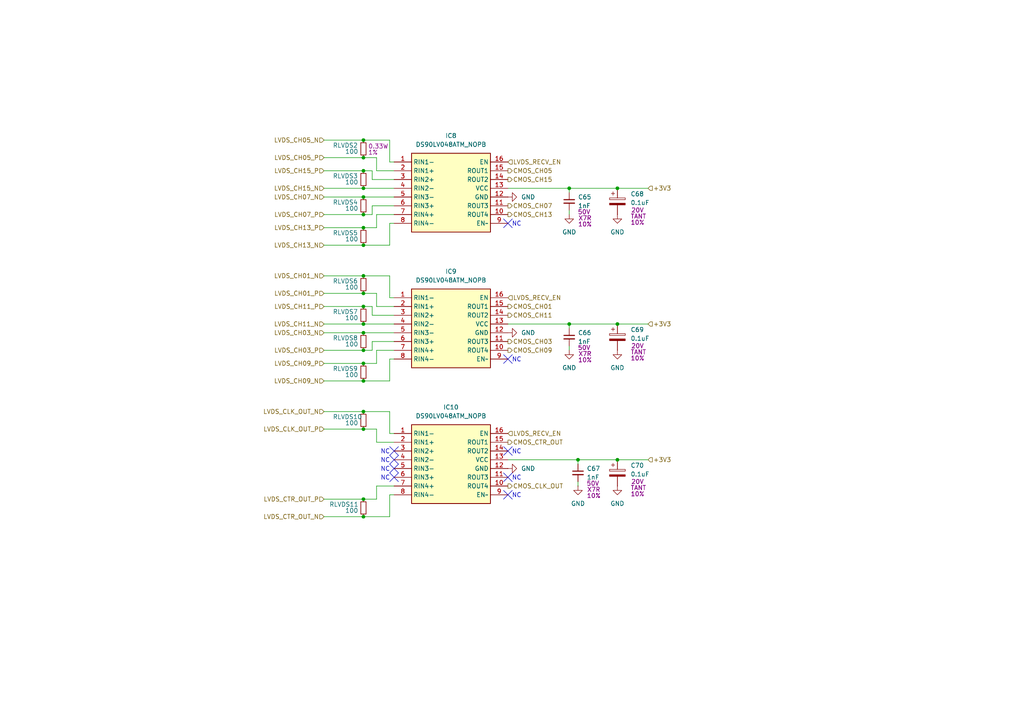
<source format=kicad_sch>
(kicad_sch (version 20231120) (generator "eeschema") (generator_version "8.0")
  (paper "A4")
  (lib_symbols
    (symbol "Device:C_Polarized" (pin_numbers hide) (pin_names (offset 0.254))
      (property "Reference" "C" (at 0.635 2.54 0))
      (property "Value" "C_Polarized" (at 0.635 -2.54 0))
      (symbol "C_Polarized_0_1"
        (rectangle (start -2.286 0.508) (end 2.286 1.016))
        (polyline (pts (xy -1.778 2.286) (xy -0.762 2.286)))
        (polyline (pts (xy -1.27 2.794) (xy -1.27 1.778)))
        (rectangle (start 2.286 -0.508) (end -2.286 -1.016) (fill (type outline)))
      )
      (symbol "C_Polarized_1_1"
        (pin passive line (at 0 3.81 270) (length 2.794) (name "~") (number "1"))
        (pin passive line (at 0 -3.81 90) (length 2.794) (name "~") (number "2"))
      )
    )
    (symbol "Device:C_Small" (pin_numbers hide) (pin_names (offset 0.254) hide)
      (property "Reference" "C" (at 0.254 1.778 0))
      (property "Value" "C_Small" (at 0.254 -2.032 0))
      (symbol "C_Small_0_1"
        (polyline (pts (xy -1.524 -0.508) (xy 1.524 -0.508)) (stroke (width 0.3302)))
        (polyline (pts (xy -1.524 0.508) (xy 1.524 0.508)) (stroke (width 0.3048)))
      )
      (symbol "C_Small_1_1"
        (pin passive line (at 0 2.54 270) (length 2.032) (name "~") (number "1"))
        (pin passive line (at 0 -2.54 90) (length 2.032) (name "~") (number "2"))
      )
    )
    (symbol "Device:R_Small" (pin_numbers hide) (pin_names (offset 0.254) hide)
      (property "Reference" "R" (at 0.762 0.508 0))
      (property "Value" "R_Small" (at 0.762 -1.016 0))
      (symbol "R_Small_0_1"
        (rectangle (start -0.762 1.778) (end 0.762 -1.778) (stroke (width 0.2032)))
      )
      (symbol "R_Small_1_1"
        (pin passive line (at 0 2.54 270) (length 0.762) (name "~") (number "1"))
        (pin passive line (at 0 -2.54 90) (length 0.762) (name "~") (number "2"))
      )
    )
    (symbol "SamacSys_Parts:DS90LV048ATM_NOPB"
      (property "Reference" "IC" (at 29.21 7.62 0))
      (property "Value" "DS90LV048ATM_NOPB" (at 29.21 5.08 0))
      (symbol "DS90LV048ATM_NOPB_1_1"
        (rectangle (start 5.08 2.54) (end 27.94 -20.32) (stroke (width 0.254)) (fill (type background)))
        (pin passive line (at 0 0 0) (length 5.08) (name "RIN1-") (number "1"))
        (pin passive line (at 33.02 -15.24 180) (length 5.08) (name "ROUT4") (number "10"))
        (pin passive line (at 33.02 -12.7 180) (length 5.08) (name "ROUT3") (number "11"))
        (pin passive line (at 33.02 -10.16 180) (length 5.08) (name "GND") (number "12"))
        (pin passive line (at 33.02 -7.62 180) (length 5.08) (name "VCC") (number "13"))
        (pin passive line (at 33.02 -5.08 180) (length 5.08) (name "ROUT2") (number "14"))
        (pin passive line (at 33.02 -2.54 180) (length 5.08) (name "ROUT1") (number "15"))
        (pin passive line (at 33.02 0 180) (length 5.08) (name "EN") (number "16"))
        (pin passive line (at 0 -2.54 0) (length 5.08) (name "RIN1+") (number "2"))
        (pin passive line (at 0 -5.08 0) (length 5.08) (name "RIN2+") (number "3"))
        (pin passive line (at 0 -7.62 0) (length 5.08) (name "RIN2-") (number "4"))
        (pin passive line (at 0 -10.16 0) (length 5.08) (name "RIN3-") (number "5"))
        (pin passive line (at 0 -12.7 0) (length 5.08) (name "RIN3+") (number "6"))
        (pin passive line (at 0 -15.24 0) (length 5.08) (name "RIN4+") (number "7"))
        (pin passive line (at 0 -17.78 0) (length 5.08) (name "RIN4-") (number "8"))
        (pin passive line (at 33.02 -17.78 180) (length 5.08) (name "EN~") (number "9"))
      )
    )
    (symbol "power:GND" (power) (pin_numbers hide) (pin_names (offset 0) hide)
      (property "Value" "GND" (at 0 -3.81 0))
      (symbol "GND_0_1"
        (polyline (pts (xy 0 0) (xy 0 -1.27) (xy 1.27 -1.27) (xy 0 -2.54) (xy -1.27 -1.27) (xy 0 -1.27)))
      )
      (symbol "GND_1_1"
        (pin power_in line (at 0 0 270) (length 0) (name "~") (number "1"))
      )
    )
  )
  (junction (at 165.1 54.61))
  (junction (at 105.41 66.04))
  (junction (at 105.41 124.46))
  (junction (at 105.41 149.86))
  (junction (at 105.41 49.53))
  (junction (at 105.41 57.15))
  (junction (at 105.41 119.38))
  (junction (at 105.41 96.52))
  (junction (at 179.07 133.35))
  (junction (at 105.41 80.01))
  (junction (at 179.07 54.61))
  (junction (at 105.41 71.12))
  (junction (at 105.41 62.23))
  (junction (at 165.1 93.98))
  (junction (at 105.41 93.98))
  (junction (at 105.41 54.61))
  (junction (at 105.41 85.09))
  (junction (at 105.41 45.72))
  (junction (at 105.41 105.41))
  (junction (at 105.41 101.6))
  (junction (at 167.64 133.35))
  (junction (at 105.41 110.49))
  (junction (at 105.41 144.78))
  (junction (at 105.41 88.9))
  (junction (at 105.41 40.64))
  (junction (at 179.07 93.98))
  (wire (pts (xy 107.95 49.53) (xy 107.95 52.07)))
  (wire (pts (xy 105.41 45.72) (xy 109.22 45.72)))
  (wire (pts (xy 113.03 80.01) (xy 113.03 86.36)))
  (wire (pts (xy 93.98 149.86) (xy 105.41 149.86)))
  (polyline (pts (xy 113.03 137.16) (xy 114.3 135.89)))
  (wire (pts (xy 113.03 104.14) (xy 114.3 104.14)))
  (polyline (pts (xy 113.03 134.62) (xy 114.3 133.35)))
  (wire (pts (xy 109.22 101.6) (xy 114.3 101.6)))
  (polyline (pts (xy 147.32 138.43) (xy 146.05 139.7)))
  (wire (pts (xy 93.98 80.01) (xy 105.41 80.01)))
  (wire (pts (xy 93.98 105.41) (xy 105.41 105.41)))
  (polyline (pts (xy 148.59 137.16) (xy 147.32 138.43)))
  (wire (pts (xy 93.98 110.49) (xy 105.41 110.49)))
  (wire (pts (xy 93.98 88.9) (xy 105.41 88.9)))
  (wire (pts (xy 109.22 140.97) (xy 114.3 140.97)))
  (polyline (pts (xy 148.59 63.5) (xy 147.32 64.77)))
  (wire (pts (xy 93.98 124.46) (xy 105.41 124.46)))
  (polyline (pts (xy 114.3 138.43) (xy 115.57 139.7)))
  (polyline (pts (xy 113.03 132.08) (xy 114.3 130.81)))
  (wire (pts (xy 93.98 40.64) (xy 105.41 40.64)))
  (polyline (pts (xy 147.32 143.51) (xy 146.05 144.78)))
  (wire (pts (xy 113.03 110.49) (xy 113.03 104.14)))
  (wire (pts (xy 105.41 54.61) (xy 114.3 54.61)))
  (wire (pts (xy 107.95 52.07) (xy 114.3 52.07)))
  (polyline (pts (xy 148.59 144.78) (xy 147.32 143.51)))
  (wire (pts (xy 93.98 71.12) (xy 105.41 71.12)))
  (polyline (pts (xy 148.59 142.24) (xy 147.32 143.51)))
  (polyline (pts (xy 147.32 64.77) (xy 146.05 66.04)))
  (wire (pts (xy 107.95 59.69) (xy 114.3 59.69)))
  (wire (pts (xy 113.03 86.36) (xy 114.3 86.36)))
  (wire (pts (xy 93.98 144.78) (xy 105.41 144.78)))
  (polyline (pts (xy 113.03 132.08) (xy 114.3 133.35)))
  (wire (pts (xy 167.64 133.35) (xy 179.07 133.35)))
  (wire (pts (xy 109.22 45.72) (xy 109.22 49.53)))
  (polyline (pts (xy 114.3 130.81) (xy 115.57 129.54)))
  (polyline (pts (xy 147.32 104.14) (xy 146.05 105.41)))
  (wire (pts (xy 93.98 85.09) (xy 105.41 85.09)))
  (wire (pts (xy 105.41 40.64) (xy 113.03 40.64)))
  (wire (pts (xy 93.98 54.61) (xy 105.41 54.61)))
  (wire (pts (xy 107.95 101.6) (xy 107.95 99.06)))
  (wire (pts (xy 105.41 96.52) (xy 114.3 96.52)))
  (wire (pts (xy 109.22 85.09) (xy 109.22 88.9)))
  (wire (pts (xy 147.32 93.98) (xy 165.1 93.98)))
  (wire (pts (xy 93.98 45.72) (xy 105.41 45.72)))
  (wire (pts (xy 167.64 133.35) (xy 167.64 134.62)))
  (wire (pts (xy 107.95 62.23) (xy 107.95 59.69)))
  (wire (pts (xy 165.1 60.96) (xy 165.1 62.23)))
  (wire (pts (xy 105.41 85.09) (xy 109.22 85.09)))
  (wire (pts (xy 93.98 96.52) (xy 105.41 96.52)))
  (wire (pts (xy 105.41 124.46) (xy 109.22 124.46)))
  (wire (pts (xy 147.32 133.35) (xy 167.64 133.35)))
  (wire (pts (xy 109.22 88.9) (xy 114.3 88.9)))
  (wire (pts (xy 105.41 144.78) (xy 109.22 144.78)))
  (polyline (pts (xy 113.03 134.62) (xy 114.3 135.89)))
  (polyline (pts (xy 113.03 139.7) (xy 114.3 138.43)))
  (wire (pts (xy 167.64 139.7) (xy 167.64 140.97)))
  (polyline (pts (xy 148.59 105.41) (xy 147.32 104.14)))
  (wire (pts (xy 93.98 101.6) (xy 105.41 101.6)))
  (polyline (pts (xy 114.3 130.81) (xy 115.57 132.08)))
  (polyline (pts (xy 147.32 104.14) (xy 146.05 102.87)))
  (polyline (pts (xy 114.3 135.89) (xy 115.57 134.62)))
  (wire (pts (xy 109.22 105.41) (xy 109.22 101.6)))
  (wire (pts (xy 113.03 40.64) (xy 113.03 46.99)))
  (polyline (pts (xy 114.3 135.89) (xy 115.57 137.16)))
  (polyline (pts (xy 148.59 139.7) (xy 147.32 138.43)))
  (wire (pts (xy 109.22 49.53) (xy 114.3 49.53)))
  (wire (pts (xy 113.03 149.86) (xy 113.03 143.51)))
  (wire (pts (xy 105.41 80.01) (xy 113.03 80.01)))
  (wire (pts (xy 165.1 54.61) (xy 165.1 55.88)))
  (wire (pts (xy 105.41 57.15) (xy 114.3 57.15)))
  (wire (pts (xy 93.98 119.38) (xy 105.41 119.38)))
  (polyline (pts (xy 113.03 129.54) (xy 114.3 130.81)))
  (wire (pts (xy 165.1 93.98) (xy 165.1 95.25)))
  (polyline (pts (xy 147.32 130.81) (xy 146.05 129.54)))
  (wire (pts (xy 109.22 144.78) (xy 109.22 140.97)))
  (polyline (pts (xy 148.59 102.87) (xy 147.32 104.14)))
  (wire (pts (xy 179.07 93.98) (xy 187.96 93.98)))
  (wire (pts (xy 109.22 66.04) (xy 109.22 62.23)))
  (wire (pts (xy 93.98 62.23) (xy 105.41 62.23)))
  (wire (pts (xy 105.41 110.49) (xy 113.03 110.49)))
  (wire (pts (xy 93.98 93.98) (xy 105.41 93.98)))
  (polyline (pts (xy 147.32 130.81) (xy 146.05 132.08)))
  (wire (pts (xy 105.41 88.9) (xy 107.95 88.9)))
  (polyline (pts (xy 114.3 138.43) (xy 115.57 137.16)))
  (wire (pts (xy 107.95 91.44) (xy 114.3 91.44)))
  (polyline (pts (xy 147.32 138.43) (xy 146.05 137.16)))
  (wire (pts (xy 165.1 100.33) (xy 165.1 101.6)))
  (wire (pts (xy 113.03 119.38) (xy 113.03 125.73)))
  (wire (pts (xy 179.07 54.61) (xy 187.96 54.61)))
  (wire (pts (xy 93.98 49.53) (xy 105.41 49.53)))
  (wire (pts (xy 105.41 66.04) (xy 109.22 66.04)))
  (wire (pts (xy 113.03 125.73) (xy 114.3 125.73)))
  (polyline (pts (xy 147.32 143.51) (xy 146.05 142.24)))
  (wire (pts (xy 109.22 124.46) (xy 109.22 128.27)))
  (polyline (pts (xy 148.59 66.04) (xy 147.32 64.77)))
  (wire (pts (xy 107.95 88.9) (xy 107.95 91.44)))
  (wire (pts (xy 105.41 71.12) (xy 113.03 71.12)))
  (wire (pts (xy 113.03 46.99) (xy 114.3 46.99)))
  (wire (pts (xy 105.41 62.23) (xy 107.95 62.23)))
  (wire (pts (xy 113.03 64.77) (xy 114.3 64.77)))
  (wire (pts (xy 165.1 54.61) (xy 179.07 54.61)))
  (polyline (pts (xy 147.32 64.77) (xy 146.05 63.5)))
  (wire (pts (xy 179.07 133.35) (xy 187.96 133.35)))
  (wire (pts (xy 93.98 66.04) (xy 105.41 66.04)))
  (polyline (pts (xy 114.3 133.35) (xy 115.57 132.08)))
  (wire (pts (xy 107.95 99.06) (xy 114.3 99.06)))
  (wire (pts (xy 105.41 101.6) (xy 107.95 101.6)))
  (polyline (pts (xy 148.59 129.54) (xy 147.32 130.81)))
  (wire (pts (xy 105.41 49.53) (xy 107.95 49.53)))
  (wire (pts (xy 113.03 143.51) (xy 114.3 143.51)))
  (wire (pts (xy 105.41 119.38) (xy 113.03 119.38)))
  (polyline (pts (xy 114.3 133.35) (xy 115.57 134.62)))
  (wire (pts (xy 105.41 93.98) (xy 114.3 93.98)))
  (wire (pts (xy 93.98 57.15) (xy 105.41 57.15)))
  (wire (pts (xy 147.32 54.61) (xy 165.1 54.61)))
  (polyline (pts (xy 113.03 137.16) (xy 114.3 138.43)))
  (wire (pts (xy 109.22 128.27) (xy 114.3 128.27)))
  (wire (pts (xy 105.41 105.41) (xy 109.22 105.41)))
  (wire (pts (xy 105.41 149.86) (xy 113.03 149.86)))
  (wire (pts (xy 109.22 62.23) (xy 114.3 62.23)))
  (wire (pts (xy 165.1 93.98) (xy 179.07 93.98)))
  (wire (pts (xy 113.03 71.12) (xy 113.03 64.77)))
  (polyline (pts (xy 148.59 132.08) (xy 147.32 130.81)))
  (text "NC\n" (at 111.76 138.684 0) (effects (font (size 1.27 1.27))))
  (text "NC\n" (at 111.76 133.604 0) (effects (font (size 1.27 1.27))))
  (text "NC\n" (at 149.86 131.064 0) (effects (font (size 1.27 1.27))))
  (text "NC\n" (at 149.86 138.684 0) (effects (font (size 1.27 1.27))))
  (text "NC\n" (at 111.76 131.064 0) (effects (font (size 1.27 1.27))))
  (text "NC\n" (at 111.76 136.144 0) (effects (font (size 1.27 1.27))))
  (text "NC\n" (at 149.86 104.394 0) (effects (font (size 1.27 1.27))))
  (text "NC\n" (at 149.86 65.024 0) (effects (font (size 1.27 1.27))))
  (text "NC\n" (at 149.86 143.764 0) (effects (font (size 1.27 1.27))))
  (hierarchical_label "LVDS_CH09_N" (shape input) (at 93.98 110.49 180))
  (hierarchical_label "LVDS_CTR_OUT_N" (shape input) (at 93.98 149.86 180))
  (hierarchical_label "LVDS_CH07_N" (shape input) (at 93.98 57.15 180))
  (hierarchical_label "CMOS_CH03" (shape output) (at 147.32 99.06 0))
  (hierarchical_label "LVDS_CTR_OUT_P" (shape input) (at 93.98 144.78 180))
  (hierarchical_label "LVDS_CLK_OUT_P" (shape input) (at 93.98 124.46 180))
  (hierarchical_label "LVDS_CH03_P" (shape input) (at 93.98 101.6 180))
  (hierarchical_label "LVDS_CH15_N" (shape input) (at 93.98 54.61 180))
  (hierarchical_label "+3V3" (shape input) (at 187.96 54.61 0))
  (hierarchical_label "LVDS_CH05_N" (shape input) (at 93.98 40.64 180))
  (hierarchical_label "CMOS_CH07" (shape output) (at 147.32 59.69 0))
  (hierarchical_label "LVDS_CH05_P" (shape input) (at 93.98 45.72 180))
  (hierarchical_label "+3V3" (shape input) (at 187.96 93.98 0))
  (hierarchical_label "CMOS_CTR_OUT" (shape output) (at 147.32 128.27 0))
  (hierarchical_label "LVDS_CH07_P" (shape input) (at 93.98 62.23 180))
  (hierarchical_label "LVDS_CH11_P" (shape input) (at 93.98 88.9 180))
  (hierarchical_label "LVDS_CH13_N" (shape input) (at 93.98 71.12 180))
  (hierarchical_label "CMOS_CH05" (shape output) (at 147.32 49.53 0))
  (hierarchical_label "CMOS_CLK_OUT" (shape output) (at 147.32 140.97 0))
  (hierarchical_label "CMOS_CH01" (shape output) (at 147.32 88.9 0))
  (hierarchical_label "LVDS_RECV_EN" (shape input) (at 147.32 46.99 0))
  (hierarchical_label "LVDS_CH01_N" (shape input) (at 93.98 80.01 180))
  (hierarchical_label "LVDS_CH15_P" (shape input) (at 93.98 49.53 180))
  (hierarchical_label "+3V3" (shape input) (at 187.96 133.35 0))
  (hierarchical_label "LVDS_CH03_N" (shape input) (at 93.98 96.52 180))
  (hierarchical_label "LVDS_CH01_P" (shape input) (at 93.98 85.09 180))
  (hierarchical_label "CMOS_CH11" (shape output) (at 147.32 91.44 0))
  (hierarchical_label "CMOS_CH09" (shape output) (at 147.32 101.6 0))
  (hierarchical_label "LVDS_CH09_P" (shape input) (at 93.98 105.41 180))
  (hierarchical_label "CMOS_CH15" (shape output) (at 147.32 52.07 0))
  (hierarchical_label "LVDS_CLK_OUT_N" (shape input) (at 93.98 119.38 180))
  (hierarchical_label "LVDS_RECV_EN" (shape input) (at 147.32 86.36 0))
  (hierarchical_label "LVDS_RECV_EN" (shape input) (at 147.32 125.73 0))
  (hierarchical_label "LVDS_CH11_N" (shape input) (at 93.98 93.98 180))
  (hierarchical_label "CMOS_CH13" (shape output) (at 147.32 62.23 0))
  (hierarchical_label "LVDS_CH13_P" (shape input) (at 93.98 66.04 180))
  (symbol (lib_id "Device:C_Small") (at 167.64 137.16 0) (unit 1)
    (property "Reference" "C67" (at 170.18 135.8962 0) (effects (justify left)))
    (property "Value" "1nF" (at 170.18 138.4362 0) (effects (justify left)))
    (property "Footprint" "Capacitor_SMD:C_0603_1608Metric" (effects (hide yes)))
    (property "Description" "Unpolarized capacitor, small symbol" (effects (hide yes)))
    (property "Voltage Rating" "50V" (at 171.958 140.208 0))
    (property "Dielectric" "X7R" (at 172.212 141.986 0))
    (property "Tolerance" "10%" (at 172.212 143.764 0))
    (property "Mouser Part Number" "581-KAM15AR71H102KM" (effects (hide yes)))
    (property "Mouser Price/Stock" "https://www.mouser.com/ProductDetail/KYOCERA-AVX/KAM15AR71H102KM?qs=OcgtsXO%252B3guc58RvGZLAWA%3D%3D" (effects (hide yes)))
  )
  (symbol (lib_id "power:GND") (at 165.1 101.6 0) (unit 1)
    (property "Reference" "#PWR058" (effects (hide yes)))
    (property "Value" "GND" (at 165.1 106.68 0))
    (property "Description" "Power symbol creates a global label with name \"GND\" , ground" (effects (hide yes)))
  )
  (symbol (lib_id "power:GND") (at 147.32 57.15 90) (unit 1)
    (property "Reference" "#PWR054" (effects (hide yes)))
    (property "Value" "GND" (at 151.13 57.1499 90) (effects (justify right)))
    (property "Description" "Power symbol creates a global label with name \"GND\" , ground" (effects (hide yes)))
  )
  (symbol (lib_id "Device:R_Small") (at 105.41 147.32 0) (unit 1)
    (property "Reference" "RLVDS11" (at 95.504 146.304 0) (effects (justify left)))
    (property "Value" "100" (at 100.076 148.082 0) (effects (justify left)))
    (property "Footprint" "Resistor_SMD:R_0603_1608Metric" (effects (hide yes)))
    (property "Description" "Resistor, small symbol" (effects (hide yes)))
    (property "Power Rating" "0.33W" (effects (hide yes)))
    (property "Tolerance" "1%" (effects (hide yes)))
    (property "Mouser Part Number" "71-CRCW0603100RFKEAH" (effects (hide yes)))
    (property "Mouser Price/Stock" "https://www.mouser.com/ProductDetail/Vishay-Dale/CRCW0603100RFKEAHP?qs=k2%2FDWSARqgFge2%2F4aMqsYg%3D%3D" (effects (hide yes)))
  )
  (symbol (lib_id "Device:C_Polarized") (at 179.07 58.42 0) (unit 1)
    (property "Reference" "C68" (at 182.88 56.2609 0) (effects (justify left)))
    (property "Value" "0.1uF" (at 182.88 58.8009 0) (effects (justify left)))
    (property "Footprint" "Capacitor_SMD:C_0805_2012Metric" (effects (hide yes)))
    (property "Description" "Polarized capacitor" (effects (hide yes)))
    (property "Voltage Rating" "20V" (at 184.912 60.96 0))
    (property "Dielectric" "TANT" (at 185.166 62.738 0))
    (property "Tolerance" "10%" (at 184.912 64.516 0))
    (property "Mouser Part Number" "581-TAJR104K020R" (effects (hide yes)))
    (property "Mouser Price/Stock" "https://www.mouser.com/ProductDetail/KYOCERA-AVX/TAJR104K020RNJ?qs=4whTb%2F0XQMhML1Gq%2FTLBlg%3D%3D" (effects (hide yes)))
  )
  (symbol (lib_id "Device:C_Small") (at 165.1 58.42 0) (unit 1)
    (property "Reference" "C65" (at 167.64 57.1562 0) (effects (justify left)))
    (property "Value" "1nF" (at 167.64 59.6962 0) (effects (justify left)))
    (property "Footprint" "Capacitor_SMD:C_0603_1608Metric" (effects (hide yes)))
    (property "Description" "Unpolarized capacitor, small symbol" (effects (hide yes)))
    (property "Voltage Rating" "50V" (at 169.418 61.468 0))
    (property "Dielectric" "X7R" (at 169.672 63.246 0))
    (property "Tolerance" "10%" (at 169.672 65.024 0))
    (property "Mouser Part Number" "581-KAM15AR71H102KM" (effects (hide yes)))
    (property "Mouser Price/Stock" "https://www.mouser.com/ProductDetail/KYOCERA-AVX/KAM15AR71H102KM?qs=OcgtsXO%252B3guc58RvGZLAWA%3D%3D" (effects (hide yes)))
  )
  (symbol (lib_id "Device:C_Polarized") (at 179.07 137.16 0) (unit 1)
    (property "Reference" "C70" (at 182.88 135.0009 0) (effects (justify left)))
    (property "Value" "0.1uF" (at 182.88 137.5409 0) (effects (justify left)))
    (property "Footprint" "Capacitor_SMD:C_0805_2012Metric" (effects (hide yes)))
    (property "Description" "Polarized capacitor" (effects (hide yes)))
    (property "Voltage Rating" "20V" (at 184.912 139.7 0))
    (property "Dielectric" "TANT" (at 185.166 141.478 0))
    (property "Tolerance" "10%" (at 184.912 143.256 0))
    (property "Mouser Part Number" "581-TAJR104K020R" (effects (hide yes)))
    (property "Mouser Price/Stock" "https://www.mouser.com/ProductDetail/KYOCERA-AVX/TAJR104K020RNJ?qs=4whTb%2F0XQMhML1Gq%2FTLBlg%3D%3D" (effects (hide yes)))
  )
  (symbol (lib_id "Device:R_Small") (at 105.41 99.06 0) (unit 1)
    (property "Reference" "RLVDS8" (at 96.52 98.044 0) (effects (justify left)))
    (property "Value" "100" (at 100.076 99.822 0) (effects (justify left)))
    (property "Footprint" "Resistor_SMD:R_0603_1608Metric" (effects (hide yes)))
    (property "Description" "Resistor, small symbol" (effects (hide yes)))
    (property "Power Rating" "0.33W" (effects (hide yes)))
    (property "Tolerance" "1%" (effects (hide yes)))
    (property "Mouser Part Number" "71-CRCW0603100RFKEAH" (effects (hide yes)))
    (property "Mouser Price/Stock" "https://www.mouser.com/ProductDetail/Vishay-Dale/CRCW0603100RFKEAHP?qs=k2%2FDWSARqgFge2%2F4aMqsYg%3D%3D" (effects (hide yes)))
  )
  (symbol (lib_id "Device:R_Small") (at 105.41 121.92 0) (unit 1)
    (property "Reference" "RLVDS10" (at 96.52 120.904 0) (effects (justify left)))
    (property "Value" "100" (at 100.076 122.682 0) (effects (justify left)))
    (property "Footprint" "Resistor_SMD:R_0603_1608Metric" (effects (hide yes)))
    (property "Description" "Resistor, small symbol" (effects (hide yes)))
    (property "Power Rating" "0.33W" (effects (hide yes)))
    (property "Tolerance" "1%" (effects (hide yes)))
    (property "Mouser Part Number" "71-CRCW0603100RFKEAH" (effects (hide yes)))
    (property "Mouser Price/Stock" "https://www.mouser.com/ProductDetail/Vishay-Dale/CRCW0603100RFKEAHP?qs=k2%2FDWSARqgFge2%2F4aMqsYg%3D%3D" (effects (hide yes)))
  )
  (symbol (lib_id "Device:C_Small") (at 165.1 97.79 0) (unit 1)
    (property "Reference" "C66" (at 167.64 96.5262 0) (effects (justify left)))
    (property "Value" "1nF" (at 167.64 99.0662 0) (effects (justify left)))
    (property "Footprint" "Capacitor_SMD:C_0603_1608Metric" (effects (hide yes)))
    (property "Description" "Unpolarized capacitor, small symbol" (effects (hide yes)))
    (property "Voltage Rating" "50V" (at 169.418 100.838 0))
    (property "Dielectric" "X7R" (at 169.672 102.616 0))
    (property "Tolerance" "10%" (at 169.672 104.394 0))
    (property "Mouser Part Number" "581-KAM15AR71H102KM" (effects (hide yes)))
    (property "Mouser Price/Stock" "https://www.mouser.com/ProductDetail/KYOCERA-AVX/KAM15AR71H102KM?qs=OcgtsXO%252B3guc58RvGZLAWA%3D%3D" (effects (hide yes)))
  )
  (symbol (lib_id "power:GND") (at 147.32 135.89 90) (unit 1)
    (property "Reference" "#PWR056" (effects (hide yes)))
    (property "Value" "GND" (at 151.13 135.8899 90) (effects (justify right)))
    (property "Description" "Power symbol creates a global label with name \"GND\" , ground" (effects (hide yes)))
  )
  (symbol (lib_id "Device:R_Small") (at 105.41 107.95 0) (unit 1)
    (property "Reference" "RLVDS9" (at 96.52 106.934 0) (effects (justify left)))
    (property "Value" "100" (at 100.076 108.712 0) (effects (justify left)))
    (property "Footprint" "Resistor_SMD:R_0603_1608Metric" (effects (hide yes)))
    (property "Description" "Resistor, small symbol" (effects (hide yes)))
    (property "Power Rating" "0.33W" (effects (hide yes)))
    (property "Tolerance" "1%" (effects (hide yes)))
    (property "Mouser Part Number" "71-CRCW0603100RFKEAH" (effects (hide yes)))
    (property "Mouser Price/Stock" "https://www.mouser.com/ProductDetail/Vishay-Dale/CRCW0603100RFKEAHP?qs=k2%2FDWSARqgFge2%2F4aMqsYg%3D%3D" (effects (hide yes)))
  )
  (symbol (lib_id "power:GND") (at 147.32 96.52 90) (unit 1)
    (property "Reference" "#PWR055" (effects (hide yes)))
    (property "Value" "GND" (at 151.13 96.5199 90) (effects (justify right)))
    (property "Description" "Power symbol creates a global label with name \"GND\" , ground" (effects (hide yes)))
  )
  (symbol (lib_id "power:GND") (at 179.07 62.23 0) (unit 1)
    (property "Reference" "#PWR060" (effects (hide yes)))
    (property "Value" "GND" (at 179.07 67.31 0))
    (property "Description" "Power symbol creates a global label with name \"GND\" , ground" (effects (hide yes)))
  )
  (symbol (lib_id "Device:C_Polarized") (at 179.07 97.79 0) (unit 1)
    (property "Reference" "C69" (at 182.88 95.6309 0) (effects (justify left)))
    (property "Value" "0.1uF" (at 182.88 98.1709 0) (effects (justify left)))
    (property "Footprint" "Capacitor_SMD:C_0805_2012Metric" (effects (hide yes)))
    (property "Description" "Polarized capacitor" (effects (hide yes)))
    (property "Voltage Rating" "20V" (at 184.912 100.33 0))
    (property "Dielectric" "TANT" (at 185.166 102.108 0))
    (property "Tolerance" "10%" (at 184.912 103.886 0))
    (property "Mouser Part Number" "581-TAJR104K020R" (effects (hide yes)))
    (property "Mouser Price/Stock" "https://www.mouser.com/ProductDetail/KYOCERA-AVX/TAJR104K020RNJ?qs=4whTb%2F0XQMhML1Gq%2FTLBlg%3D%3D" (effects (hide yes)))
  )
  (symbol (lib_id "SamacSys_Parts:DS90LV048ATM_NOPB") (at 114.3 86.36 0) (unit 1)
    (property "Reference" "IC9" (at 130.81 78.74 0))
    (property "Value" "DS90LV048ATM_NOPB" (at 130.81 81.28 0))
    (property "Footprint" "SamacSys_Parts:SOIC127P600X175-16N" (effects (hide yes)))
    (property "Datasheet" "http://www.ti.com/lit/ds/symlink/ds90lv048a.pdf" (effects (hide yes)))
    (property "Description" "400 Mbps LVDS Quad High Speed Differential Receiver" (effects (hide yes)))
    (property "Height" "1.75" (effects (hide yes)))
    (property "Manufacturer_Name" "Texas Instruments" (effects (hide yes)))
    (property "Manufacturer_Part_Number" "DS90LV048ATM/NOPB" (effects (hide yes)))
    (property "Mouser Part Number" ":926-DS90LV048ATMNOPB" (effects (hide yes)))
    (property "Mouser Price/Stock" "https://www.mouser.com/ProductDetail/Texas-Instruments/DS90LV048ATM-NOPB?qs=X1J7HmVL2ZGZM9KQD2xuIA%3D%3D" (effects (hide yes)))
  )
  (symbol (lib_id "Device:R_Small") (at 105.41 59.69 0) (unit 1)
    (property "Reference" "RLVDS4" (at 96.52 58.674 0) (effects (justify left)))
    (property "Value" "100" (at 100.076 60.452 0) (effects (justify left)))
    (property "Footprint" "Resistor_SMD:R_0603_1608Metric" (effects (hide yes)))
    (property "Description" "Resistor, small symbol" (effects (hide yes)))
    (property "Power Rating" "0.33W" (effects (hide yes)))
    (property "Tolerance" "1%" (effects (hide yes)))
    (property "Mouser Part Number" "71-CRCW0603100RFKEAH" (effects (hide yes)))
    (property "Mouser Price/Stock" "https://www.mouser.com/ProductDetail/Vishay-Dale/CRCW0603100RFKEAHP?qs=k2%2FDWSARqgFge2%2F4aMqsYg%3D%3D" (effects (hide yes)))
  )
  (symbol (lib_id "power:GND") (at 179.07 101.6 0) (unit 1)
    (property "Reference" "#PWR061" (effects (hide yes)))
    (property "Value" "GND" (at 179.07 106.68 0))
    (property "Description" "Power symbol creates a global label with name \"GND\" , ground" (effects (hide yes)))
  )
  (symbol (lib_id "Device:R_Small") (at 105.41 43.18 0) (unit 1)
    (property "Reference" "RLVDS2" (at 96.52 42.164 0) (effects (justify left)))
    (property "Value" "100" (at 100.076 43.942 0) (effects (justify left)))
    (property "Footprint" "Resistor_SMD:R_0603_1608Metric" (effects (hide yes)))
    (property "Description" "Resistor, small symbol" (effects (hide yes)))
    (property "Power Rating" "0.33W" (at 109.728 42.418 0))
    (property "Tolerance" "1%" (at 108.204 44.196 0))
    (property "Mouser Part Number" "71-CRCW0603100RFKEAH" (effects (hide yes)))
    (property "Mouser Price/Stock" "https://www.mouser.com/ProductDetail/Vishay-Dale/CRCW0603100RFKEAHP?qs=k2%2FDWSARqgFge2%2F4aMqsYg%3D%3D" (effects (hide yes)))
  )
  (symbol (lib_id "SamacSys_Parts:DS90LV048ATM_NOPB") (at 114.3 125.73 0) (unit 1)
    (property "Reference" "IC10" (at 130.81 118.11 0))
    (property "Value" "DS90LV048ATM_NOPB" (at 130.81 120.65 0))
    (property "Footprint" "SamacSys_Parts:SOIC127P600X175-16N" (effects (hide yes)))
    (property "Datasheet" "http://www.ti.com/lit/ds/symlink/ds90lv048a.pdf" (effects (hide yes)))
    (property "Description" "400 Mbps LVDS Quad High Speed Differential Receiver" (effects (hide yes)))
    (property "Height" "1.75" (effects (hide yes)))
    (property "Manufacturer_Name" "Texas Instruments" (effects (hide yes)))
    (property "Manufacturer_Part_Number" "DS90LV048ATM/NOPB" (effects (hide yes)))
    (property "Mouser Part Number" ":926-DS90LV048ATMNOPB" (effects (hide yes)))
    (property "Mouser Price/Stock" "https://www.mouser.com/ProductDetail/Texas-Instruments/DS90LV048ATM-NOPB?qs=X1J7HmVL2ZGZM9KQD2xuIA%3D%3D" (effects (hide yes)))
  )
  (symbol (lib_id "Device:R_Small") (at 105.41 82.55 0) (unit 1)
    (property "Reference" "RLVDS6" (at 96.52 81.534 0) (effects (justify left)))
    (property "Value" "100" (at 100.076 83.312 0) (effects (justify left)))
    (property "Footprint" "Resistor_SMD:R_0603_1608Metric" (effects (hide yes)))
    (property "Description" "Resistor, small symbol" (effects (hide yes)))
    (property "Power Rating" "0.33W" (effects (hide yes)))
    (property "Tolerance" "1%" (effects (hide yes)))
    (property "Mouser Part Number" "71-CRCW0603100RFKEAH" (effects (hide yes)))
    (property "Mouser Price/Stock" "https://www.mouser.com/ProductDetail/Vishay-Dale/CRCW0603100RFKEAHP?qs=k2%2FDWSARqgFge2%2F4aMqsYg%3D%3D" (effects (hide yes)))
  )
  (symbol (lib_id "power:GND") (at 167.64 140.97 0) (unit 1)
    (property "Reference" "#PWR059" (effects (hide yes)))
    (property "Value" "GND" (at 167.64 146.05 0))
    (property "Description" "Power symbol creates a global label with name \"GND\" , ground" (effects (hide yes)))
  )
  (symbol (lib_id "Device:R_Small") (at 105.41 91.44 0) (unit 1)
    (property "Reference" "RLVDS7" (at 96.52 90.424 0) (effects (justify left)))
    (property "Value" "100" (at 100.076 92.202 0) (effects (justify left)))
    (property "Footprint" "Resistor_SMD:R_0603_1608Metric" (effects (hide yes)))
    (property "Description" "Resistor, small symbol" (effects (hide yes)))
    (property "Power Rating" "0.33W" (effects (hide yes)))
    (property "Tolerance" "1%" (effects (hide yes)))
    (property "Mouser Part Number" "71-CRCW0603100RFKEAH" (effects (hide yes)))
    (property "Mouser Price/Stock" "https://www.mouser.com/ProductDetail/Vishay-Dale/CRCW0603100RFKEAHP?qs=k2%2FDWSARqgFge2%2F4aMqsYg%3D%3D" (effects (hide yes)))
  )
  (symbol (lib_id "Device:R_Small") (at 105.41 68.58 0) (unit 1)
    (property "Reference" "RLVDS5" (at 96.52 67.564 0) (effects (justify left)))
    (property "Value" "100" (at 100.076 69.342 0) (effects (justify left)))
    (property "Footprint" "Resistor_SMD:R_0603_1608Metric" (effects (hide yes)))
    (property "Description" "Resistor, small symbol" (effects (hide yes)))
    (property "Power Rating" "0.33W" (effects (hide yes)))
    (property "Tolerance" "1%" (effects (hide yes)))
    (property "Mouser Part Number" "71-CRCW0603100RFKEAH" (effects (hide yes)))
    (property "Mouser Price/Stock" "https://www.mouser.com/ProductDetail/Vishay-Dale/CRCW0603100RFKEAHP?qs=k2%2FDWSARqgFge2%2F4aMqsYg%3D%3D" (effects (hide yes)))
  )
  (symbol (lib_id "power:GND") (at 179.07 140.97 0) (unit 1)
    (property "Reference" "#PWR062" (effects (hide yes)))
    (property "Value" "GND" (at 179.07 146.05 0))
    (property "Description" "Power symbol creates a global label with name \"GND\" , ground" (effects (hide yes)))
  )
  (symbol (lib_id "power:GND") (at 165.1 62.23 0) (unit 1)
    (property "Reference" "#PWR057" (effects (hide yes)))
    (property "Value" "GND" (at 165.1 67.31 0))
    (property "Description" "Power symbol creates a global label with name \"GND\" , ground" (effects (hide yes)))
  )
  (symbol (lib_id "SamacSys_Parts:DS90LV048ATM_NOPB") (at 114.3 46.99 0) (unit 1)
    (property "Reference" "IC8" (at 130.81 39.37 0))
    (property "Value" "DS90LV048ATM_NOPB" (at 130.81 41.91 0))
    (property "Footprint" "SamacSys_Parts:SOIC127P600X175-16N" (effects (hide yes)))
    (property "Datasheet" "http://www.ti.com/lit/ds/symlink/ds90lv048a.pdf" (effects (hide yes)))
    (property "Description" "400 Mbps LVDS Quad High Speed Differential Receiver" (effects (hide yes)))
    (property "Height" "1.75" (effects (hide yes)))
    (property "Manufacturer_Name" "Texas Instruments" (effects (hide yes)))
    (property "Manufacturer_Part_Number" "DS90LV048ATM/NOPB" (effects (hide yes)))
    (property "Mouser Part Number" ":926-DS90LV048ATMNOPB" (effects (hide yes)))
    (property "Mouser Price/Stock" "https://www.mouser.com/ProductDetail/Texas-Instruments/DS90LV048ATM-NOPB?qs=X1J7HmVL2ZGZM9KQD2xuIA%3D%3D" (effects (hide yes)))
  )
  (symbol (lib_id "Device:R_Small") (at 105.41 52.07 0) (unit 1)
    (property "Reference" "RLVDS3" (at 96.52 51.054 0) (effects (justify left)))
    (property "Value" "100" (at 100.076 52.832 0) (effects (justify left)))
    (property "Footprint" "Resistor_SMD:R_0603_1608Metric" (effects (hide yes)))
    (property "Description" "Resistor, small symbol" (effects (hide yes)))
    (property "Power Rating" "0.33W" (effects (hide yes)))
    (property "Tolerance" "1%" (effects (hide yes)))
    (property "Mouser Part Number" "71-CRCW0603100RFKEAH" (effects (hide yes)))
    (property "Mouser Price/Stock" "https://www.mouser.com/ProductDetail/Vishay-Dale/CRCW0603100RFKEAHP?qs=k2%2FDWSARqgFge2%2F4aMqsYg%3D%3D" (effects (hide yes)))
  )
)
</source>
